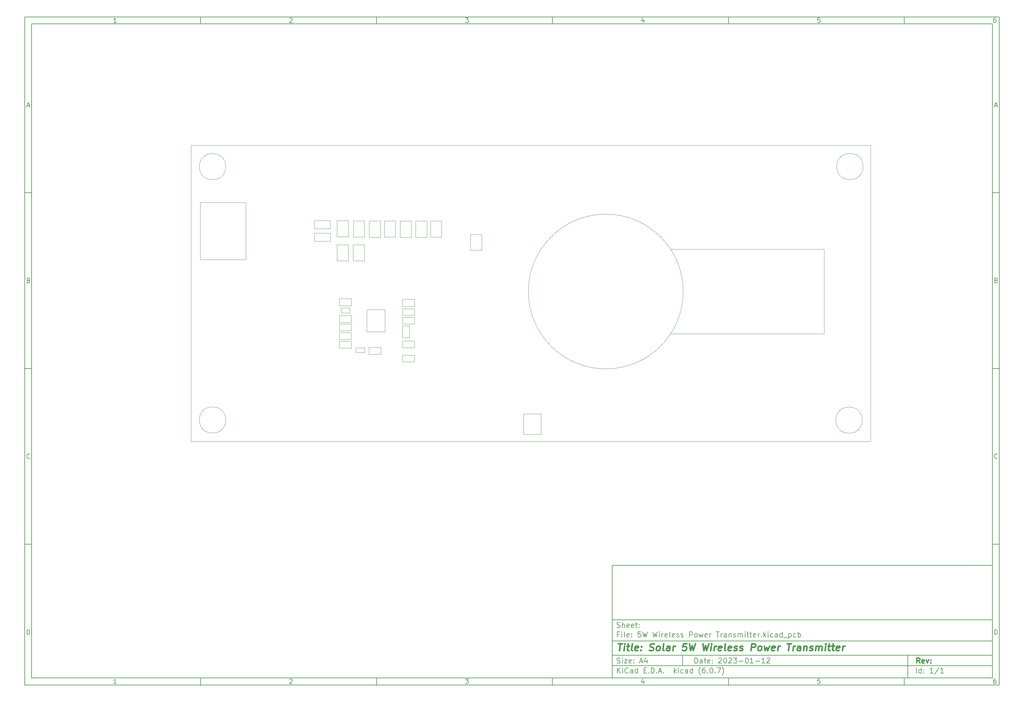
<source format=gbr>
%TF.GenerationSoftware,KiCad,Pcbnew,(6.0.7)*%
%TF.CreationDate,2023-01-12T19:17:08+03:00*%
%TF.ProjectId,5W Wireless Power Transmitter,35572057-6972-4656-9c65-737320506f77,rev?*%
%TF.SameCoordinates,Original*%
%TF.FileFunction,Other,User*%
%FSLAX46Y46*%
G04 Gerber Fmt 4.6, Leading zero omitted, Abs format (unit mm)*
G04 Created by KiCad (PCBNEW (6.0.7)) date 2023-01-12 19:17:08*
%MOMM*%
%LPD*%
G01*
G04 APERTURE LIST*
%ADD10C,0.100000*%
%ADD11C,0.150000*%
%ADD12C,0.300000*%
%ADD13C,0.400000*%
%TA.AperFunction,Profile*%
%ADD14C,0.100000*%
%TD*%
%ADD15C,0.050000*%
%ADD16C,0.120000*%
G04 APERTURE END LIST*
D10*
D11*
X177002200Y-166007200D02*
X177002200Y-198007200D01*
X285002200Y-198007200D01*
X285002200Y-166007200D01*
X177002200Y-166007200D01*
D10*
D11*
X10000000Y-10000000D02*
X10000000Y-200007200D01*
X287002200Y-200007200D01*
X287002200Y-10000000D01*
X10000000Y-10000000D01*
D10*
D11*
X12000000Y-12000000D02*
X12000000Y-198007200D01*
X285002200Y-198007200D01*
X285002200Y-12000000D01*
X12000000Y-12000000D01*
D10*
D11*
X60000000Y-12000000D02*
X60000000Y-10000000D01*
D10*
D11*
X110000000Y-12000000D02*
X110000000Y-10000000D01*
D10*
D11*
X160000000Y-12000000D02*
X160000000Y-10000000D01*
D10*
D11*
X210000000Y-12000000D02*
X210000000Y-10000000D01*
D10*
D11*
X260000000Y-12000000D02*
X260000000Y-10000000D01*
D10*
D11*
X36065476Y-11588095D02*
X35322619Y-11588095D01*
X35694047Y-11588095D02*
X35694047Y-10288095D01*
X35570238Y-10473809D01*
X35446428Y-10597619D01*
X35322619Y-10659523D01*
D10*
D11*
X85322619Y-10411904D02*
X85384523Y-10350000D01*
X85508333Y-10288095D01*
X85817857Y-10288095D01*
X85941666Y-10350000D01*
X86003571Y-10411904D01*
X86065476Y-10535714D01*
X86065476Y-10659523D01*
X86003571Y-10845238D01*
X85260714Y-11588095D01*
X86065476Y-11588095D01*
D10*
D11*
X135260714Y-10288095D02*
X136065476Y-10288095D01*
X135632142Y-10783333D01*
X135817857Y-10783333D01*
X135941666Y-10845238D01*
X136003571Y-10907142D01*
X136065476Y-11030952D01*
X136065476Y-11340476D01*
X136003571Y-11464285D01*
X135941666Y-11526190D01*
X135817857Y-11588095D01*
X135446428Y-11588095D01*
X135322619Y-11526190D01*
X135260714Y-11464285D01*
D10*
D11*
X185941666Y-10721428D02*
X185941666Y-11588095D01*
X185632142Y-10226190D02*
X185322619Y-11154761D01*
X186127380Y-11154761D01*
D10*
D11*
X236003571Y-10288095D02*
X235384523Y-10288095D01*
X235322619Y-10907142D01*
X235384523Y-10845238D01*
X235508333Y-10783333D01*
X235817857Y-10783333D01*
X235941666Y-10845238D01*
X236003571Y-10907142D01*
X236065476Y-11030952D01*
X236065476Y-11340476D01*
X236003571Y-11464285D01*
X235941666Y-11526190D01*
X235817857Y-11588095D01*
X235508333Y-11588095D01*
X235384523Y-11526190D01*
X235322619Y-11464285D01*
D10*
D11*
X285941666Y-10288095D02*
X285694047Y-10288095D01*
X285570238Y-10350000D01*
X285508333Y-10411904D01*
X285384523Y-10597619D01*
X285322619Y-10845238D01*
X285322619Y-11340476D01*
X285384523Y-11464285D01*
X285446428Y-11526190D01*
X285570238Y-11588095D01*
X285817857Y-11588095D01*
X285941666Y-11526190D01*
X286003571Y-11464285D01*
X286065476Y-11340476D01*
X286065476Y-11030952D01*
X286003571Y-10907142D01*
X285941666Y-10845238D01*
X285817857Y-10783333D01*
X285570238Y-10783333D01*
X285446428Y-10845238D01*
X285384523Y-10907142D01*
X285322619Y-11030952D01*
D10*
D11*
X60000000Y-198007200D02*
X60000000Y-200007200D01*
D10*
D11*
X110000000Y-198007200D02*
X110000000Y-200007200D01*
D10*
D11*
X160000000Y-198007200D02*
X160000000Y-200007200D01*
D10*
D11*
X210000000Y-198007200D02*
X210000000Y-200007200D01*
D10*
D11*
X260000000Y-198007200D02*
X260000000Y-200007200D01*
D10*
D11*
X36065476Y-199595295D02*
X35322619Y-199595295D01*
X35694047Y-199595295D02*
X35694047Y-198295295D01*
X35570238Y-198481009D01*
X35446428Y-198604819D01*
X35322619Y-198666723D01*
D10*
D11*
X85322619Y-198419104D02*
X85384523Y-198357200D01*
X85508333Y-198295295D01*
X85817857Y-198295295D01*
X85941666Y-198357200D01*
X86003571Y-198419104D01*
X86065476Y-198542914D01*
X86065476Y-198666723D01*
X86003571Y-198852438D01*
X85260714Y-199595295D01*
X86065476Y-199595295D01*
D10*
D11*
X135260714Y-198295295D02*
X136065476Y-198295295D01*
X135632142Y-198790533D01*
X135817857Y-198790533D01*
X135941666Y-198852438D01*
X136003571Y-198914342D01*
X136065476Y-199038152D01*
X136065476Y-199347676D01*
X136003571Y-199471485D01*
X135941666Y-199533390D01*
X135817857Y-199595295D01*
X135446428Y-199595295D01*
X135322619Y-199533390D01*
X135260714Y-199471485D01*
D10*
D11*
X185941666Y-198728628D02*
X185941666Y-199595295D01*
X185632142Y-198233390D02*
X185322619Y-199161961D01*
X186127380Y-199161961D01*
D10*
D11*
X236003571Y-198295295D02*
X235384523Y-198295295D01*
X235322619Y-198914342D01*
X235384523Y-198852438D01*
X235508333Y-198790533D01*
X235817857Y-198790533D01*
X235941666Y-198852438D01*
X236003571Y-198914342D01*
X236065476Y-199038152D01*
X236065476Y-199347676D01*
X236003571Y-199471485D01*
X235941666Y-199533390D01*
X235817857Y-199595295D01*
X235508333Y-199595295D01*
X235384523Y-199533390D01*
X235322619Y-199471485D01*
D10*
D11*
X285941666Y-198295295D02*
X285694047Y-198295295D01*
X285570238Y-198357200D01*
X285508333Y-198419104D01*
X285384523Y-198604819D01*
X285322619Y-198852438D01*
X285322619Y-199347676D01*
X285384523Y-199471485D01*
X285446428Y-199533390D01*
X285570238Y-199595295D01*
X285817857Y-199595295D01*
X285941666Y-199533390D01*
X286003571Y-199471485D01*
X286065476Y-199347676D01*
X286065476Y-199038152D01*
X286003571Y-198914342D01*
X285941666Y-198852438D01*
X285817857Y-198790533D01*
X285570238Y-198790533D01*
X285446428Y-198852438D01*
X285384523Y-198914342D01*
X285322619Y-199038152D01*
D10*
D11*
X10000000Y-60000000D02*
X12000000Y-60000000D01*
D10*
D11*
X10000000Y-110000000D02*
X12000000Y-110000000D01*
D10*
D11*
X10000000Y-160000000D02*
X12000000Y-160000000D01*
D10*
D11*
X10690476Y-35216666D02*
X11309523Y-35216666D01*
X10566666Y-35588095D02*
X11000000Y-34288095D01*
X11433333Y-35588095D01*
D10*
D11*
X11092857Y-84907142D02*
X11278571Y-84969047D01*
X11340476Y-85030952D01*
X11402380Y-85154761D01*
X11402380Y-85340476D01*
X11340476Y-85464285D01*
X11278571Y-85526190D01*
X11154761Y-85588095D01*
X10659523Y-85588095D01*
X10659523Y-84288095D01*
X11092857Y-84288095D01*
X11216666Y-84350000D01*
X11278571Y-84411904D01*
X11340476Y-84535714D01*
X11340476Y-84659523D01*
X11278571Y-84783333D01*
X11216666Y-84845238D01*
X11092857Y-84907142D01*
X10659523Y-84907142D01*
D10*
D11*
X11402380Y-135464285D02*
X11340476Y-135526190D01*
X11154761Y-135588095D01*
X11030952Y-135588095D01*
X10845238Y-135526190D01*
X10721428Y-135402380D01*
X10659523Y-135278571D01*
X10597619Y-135030952D01*
X10597619Y-134845238D01*
X10659523Y-134597619D01*
X10721428Y-134473809D01*
X10845238Y-134350000D01*
X11030952Y-134288095D01*
X11154761Y-134288095D01*
X11340476Y-134350000D01*
X11402380Y-134411904D01*
D10*
D11*
X10659523Y-185588095D02*
X10659523Y-184288095D01*
X10969047Y-184288095D01*
X11154761Y-184350000D01*
X11278571Y-184473809D01*
X11340476Y-184597619D01*
X11402380Y-184845238D01*
X11402380Y-185030952D01*
X11340476Y-185278571D01*
X11278571Y-185402380D01*
X11154761Y-185526190D01*
X10969047Y-185588095D01*
X10659523Y-185588095D01*
D10*
D11*
X287002200Y-60000000D02*
X285002200Y-60000000D01*
D10*
D11*
X287002200Y-110000000D02*
X285002200Y-110000000D01*
D10*
D11*
X287002200Y-160000000D02*
X285002200Y-160000000D01*
D10*
D11*
X285692676Y-35216666D02*
X286311723Y-35216666D01*
X285568866Y-35588095D02*
X286002200Y-34288095D01*
X286435533Y-35588095D01*
D10*
D11*
X286095057Y-84907142D02*
X286280771Y-84969047D01*
X286342676Y-85030952D01*
X286404580Y-85154761D01*
X286404580Y-85340476D01*
X286342676Y-85464285D01*
X286280771Y-85526190D01*
X286156961Y-85588095D01*
X285661723Y-85588095D01*
X285661723Y-84288095D01*
X286095057Y-84288095D01*
X286218866Y-84350000D01*
X286280771Y-84411904D01*
X286342676Y-84535714D01*
X286342676Y-84659523D01*
X286280771Y-84783333D01*
X286218866Y-84845238D01*
X286095057Y-84907142D01*
X285661723Y-84907142D01*
D10*
D11*
X286404580Y-135464285D02*
X286342676Y-135526190D01*
X286156961Y-135588095D01*
X286033152Y-135588095D01*
X285847438Y-135526190D01*
X285723628Y-135402380D01*
X285661723Y-135278571D01*
X285599819Y-135030952D01*
X285599819Y-134845238D01*
X285661723Y-134597619D01*
X285723628Y-134473809D01*
X285847438Y-134350000D01*
X286033152Y-134288095D01*
X286156961Y-134288095D01*
X286342676Y-134350000D01*
X286404580Y-134411904D01*
D10*
D11*
X285661723Y-185588095D02*
X285661723Y-184288095D01*
X285971247Y-184288095D01*
X286156961Y-184350000D01*
X286280771Y-184473809D01*
X286342676Y-184597619D01*
X286404580Y-184845238D01*
X286404580Y-185030952D01*
X286342676Y-185278571D01*
X286280771Y-185402380D01*
X286156961Y-185526190D01*
X285971247Y-185588095D01*
X285661723Y-185588095D01*
D10*
D11*
X200434342Y-193785771D02*
X200434342Y-192285771D01*
X200791485Y-192285771D01*
X201005771Y-192357200D01*
X201148628Y-192500057D01*
X201220057Y-192642914D01*
X201291485Y-192928628D01*
X201291485Y-193142914D01*
X201220057Y-193428628D01*
X201148628Y-193571485D01*
X201005771Y-193714342D01*
X200791485Y-193785771D01*
X200434342Y-193785771D01*
X202577200Y-193785771D02*
X202577200Y-193000057D01*
X202505771Y-192857200D01*
X202362914Y-192785771D01*
X202077200Y-192785771D01*
X201934342Y-192857200D01*
X202577200Y-193714342D02*
X202434342Y-193785771D01*
X202077200Y-193785771D01*
X201934342Y-193714342D01*
X201862914Y-193571485D01*
X201862914Y-193428628D01*
X201934342Y-193285771D01*
X202077200Y-193214342D01*
X202434342Y-193214342D01*
X202577200Y-193142914D01*
X203077200Y-192785771D02*
X203648628Y-192785771D01*
X203291485Y-192285771D02*
X203291485Y-193571485D01*
X203362914Y-193714342D01*
X203505771Y-193785771D01*
X203648628Y-193785771D01*
X204720057Y-193714342D02*
X204577200Y-193785771D01*
X204291485Y-193785771D01*
X204148628Y-193714342D01*
X204077200Y-193571485D01*
X204077200Y-193000057D01*
X204148628Y-192857200D01*
X204291485Y-192785771D01*
X204577200Y-192785771D01*
X204720057Y-192857200D01*
X204791485Y-193000057D01*
X204791485Y-193142914D01*
X204077200Y-193285771D01*
X205434342Y-193642914D02*
X205505771Y-193714342D01*
X205434342Y-193785771D01*
X205362914Y-193714342D01*
X205434342Y-193642914D01*
X205434342Y-193785771D01*
X205434342Y-192857200D02*
X205505771Y-192928628D01*
X205434342Y-193000057D01*
X205362914Y-192928628D01*
X205434342Y-192857200D01*
X205434342Y-193000057D01*
X207220057Y-192428628D02*
X207291485Y-192357200D01*
X207434342Y-192285771D01*
X207791485Y-192285771D01*
X207934342Y-192357200D01*
X208005771Y-192428628D01*
X208077200Y-192571485D01*
X208077200Y-192714342D01*
X208005771Y-192928628D01*
X207148628Y-193785771D01*
X208077200Y-193785771D01*
X209005771Y-192285771D02*
X209148628Y-192285771D01*
X209291485Y-192357200D01*
X209362914Y-192428628D01*
X209434342Y-192571485D01*
X209505771Y-192857200D01*
X209505771Y-193214342D01*
X209434342Y-193500057D01*
X209362914Y-193642914D01*
X209291485Y-193714342D01*
X209148628Y-193785771D01*
X209005771Y-193785771D01*
X208862914Y-193714342D01*
X208791485Y-193642914D01*
X208720057Y-193500057D01*
X208648628Y-193214342D01*
X208648628Y-192857200D01*
X208720057Y-192571485D01*
X208791485Y-192428628D01*
X208862914Y-192357200D01*
X209005771Y-192285771D01*
X210077200Y-192428628D02*
X210148628Y-192357200D01*
X210291485Y-192285771D01*
X210648628Y-192285771D01*
X210791485Y-192357200D01*
X210862914Y-192428628D01*
X210934342Y-192571485D01*
X210934342Y-192714342D01*
X210862914Y-192928628D01*
X210005771Y-193785771D01*
X210934342Y-193785771D01*
X211434342Y-192285771D02*
X212362914Y-192285771D01*
X211862914Y-192857200D01*
X212077200Y-192857200D01*
X212220057Y-192928628D01*
X212291485Y-193000057D01*
X212362914Y-193142914D01*
X212362914Y-193500057D01*
X212291485Y-193642914D01*
X212220057Y-193714342D01*
X212077200Y-193785771D01*
X211648628Y-193785771D01*
X211505771Y-193714342D01*
X211434342Y-193642914D01*
X213005771Y-193214342D02*
X214148628Y-193214342D01*
X215148628Y-192285771D02*
X215291485Y-192285771D01*
X215434342Y-192357200D01*
X215505771Y-192428628D01*
X215577200Y-192571485D01*
X215648628Y-192857200D01*
X215648628Y-193214342D01*
X215577200Y-193500057D01*
X215505771Y-193642914D01*
X215434342Y-193714342D01*
X215291485Y-193785771D01*
X215148628Y-193785771D01*
X215005771Y-193714342D01*
X214934342Y-193642914D01*
X214862914Y-193500057D01*
X214791485Y-193214342D01*
X214791485Y-192857200D01*
X214862914Y-192571485D01*
X214934342Y-192428628D01*
X215005771Y-192357200D01*
X215148628Y-192285771D01*
X217077200Y-193785771D02*
X216220057Y-193785771D01*
X216648628Y-193785771D02*
X216648628Y-192285771D01*
X216505771Y-192500057D01*
X216362914Y-192642914D01*
X216220057Y-192714342D01*
X217720057Y-193214342D02*
X218862914Y-193214342D01*
X220362914Y-193785771D02*
X219505771Y-193785771D01*
X219934342Y-193785771D02*
X219934342Y-192285771D01*
X219791485Y-192500057D01*
X219648628Y-192642914D01*
X219505771Y-192714342D01*
X220934342Y-192428628D02*
X221005771Y-192357200D01*
X221148628Y-192285771D01*
X221505771Y-192285771D01*
X221648628Y-192357200D01*
X221720057Y-192428628D01*
X221791485Y-192571485D01*
X221791485Y-192714342D01*
X221720057Y-192928628D01*
X220862914Y-193785771D01*
X221791485Y-193785771D01*
D10*
D11*
X177002200Y-194507200D02*
X285002200Y-194507200D01*
D10*
D11*
X178434342Y-196585771D02*
X178434342Y-195085771D01*
X179291485Y-196585771D02*
X178648628Y-195728628D01*
X179291485Y-195085771D02*
X178434342Y-195942914D01*
X179934342Y-196585771D02*
X179934342Y-195585771D01*
X179934342Y-195085771D02*
X179862914Y-195157200D01*
X179934342Y-195228628D01*
X180005771Y-195157200D01*
X179934342Y-195085771D01*
X179934342Y-195228628D01*
X181505771Y-196442914D02*
X181434342Y-196514342D01*
X181220057Y-196585771D01*
X181077200Y-196585771D01*
X180862914Y-196514342D01*
X180720057Y-196371485D01*
X180648628Y-196228628D01*
X180577200Y-195942914D01*
X180577200Y-195728628D01*
X180648628Y-195442914D01*
X180720057Y-195300057D01*
X180862914Y-195157200D01*
X181077200Y-195085771D01*
X181220057Y-195085771D01*
X181434342Y-195157200D01*
X181505771Y-195228628D01*
X182791485Y-196585771D02*
X182791485Y-195800057D01*
X182720057Y-195657200D01*
X182577200Y-195585771D01*
X182291485Y-195585771D01*
X182148628Y-195657200D01*
X182791485Y-196514342D02*
X182648628Y-196585771D01*
X182291485Y-196585771D01*
X182148628Y-196514342D01*
X182077200Y-196371485D01*
X182077200Y-196228628D01*
X182148628Y-196085771D01*
X182291485Y-196014342D01*
X182648628Y-196014342D01*
X182791485Y-195942914D01*
X184148628Y-196585771D02*
X184148628Y-195085771D01*
X184148628Y-196514342D02*
X184005771Y-196585771D01*
X183720057Y-196585771D01*
X183577200Y-196514342D01*
X183505771Y-196442914D01*
X183434342Y-196300057D01*
X183434342Y-195871485D01*
X183505771Y-195728628D01*
X183577200Y-195657200D01*
X183720057Y-195585771D01*
X184005771Y-195585771D01*
X184148628Y-195657200D01*
X186005771Y-195800057D02*
X186505771Y-195800057D01*
X186720057Y-196585771D02*
X186005771Y-196585771D01*
X186005771Y-195085771D01*
X186720057Y-195085771D01*
X187362914Y-196442914D02*
X187434342Y-196514342D01*
X187362914Y-196585771D01*
X187291485Y-196514342D01*
X187362914Y-196442914D01*
X187362914Y-196585771D01*
X188077200Y-196585771D02*
X188077200Y-195085771D01*
X188434342Y-195085771D01*
X188648628Y-195157200D01*
X188791485Y-195300057D01*
X188862914Y-195442914D01*
X188934342Y-195728628D01*
X188934342Y-195942914D01*
X188862914Y-196228628D01*
X188791485Y-196371485D01*
X188648628Y-196514342D01*
X188434342Y-196585771D01*
X188077200Y-196585771D01*
X189577200Y-196442914D02*
X189648628Y-196514342D01*
X189577200Y-196585771D01*
X189505771Y-196514342D01*
X189577200Y-196442914D01*
X189577200Y-196585771D01*
X190220057Y-196157200D02*
X190934342Y-196157200D01*
X190077200Y-196585771D02*
X190577200Y-195085771D01*
X191077200Y-196585771D01*
X191577200Y-196442914D02*
X191648628Y-196514342D01*
X191577200Y-196585771D01*
X191505771Y-196514342D01*
X191577200Y-196442914D01*
X191577200Y-196585771D01*
X194577200Y-196585771D02*
X194577200Y-195085771D01*
X194720057Y-196014342D02*
X195148628Y-196585771D01*
X195148628Y-195585771D02*
X194577200Y-196157200D01*
X195791485Y-196585771D02*
X195791485Y-195585771D01*
X195791485Y-195085771D02*
X195720057Y-195157200D01*
X195791485Y-195228628D01*
X195862914Y-195157200D01*
X195791485Y-195085771D01*
X195791485Y-195228628D01*
X197148628Y-196514342D02*
X197005771Y-196585771D01*
X196720057Y-196585771D01*
X196577200Y-196514342D01*
X196505771Y-196442914D01*
X196434342Y-196300057D01*
X196434342Y-195871485D01*
X196505771Y-195728628D01*
X196577200Y-195657200D01*
X196720057Y-195585771D01*
X197005771Y-195585771D01*
X197148628Y-195657200D01*
X198434342Y-196585771D02*
X198434342Y-195800057D01*
X198362914Y-195657200D01*
X198220057Y-195585771D01*
X197934342Y-195585771D01*
X197791485Y-195657200D01*
X198434342Y-196514342D02*
X198291485Y-196585771D01*
X197934342Y-196585771D01*
X197791485Y-196514342D01*
X197720057Y-196371485D01*
X197720057Y-196228628D01*
X197791485Y-196085771D01*
X197934342Y-196014342D01*
X198291485Y-196014342D01*
X198434342Y-195942914D01*
X199791485Y-196585771D02*
X199791485Y-195085771D01*
X199791485Y-196514342D02*
X199648628Y-196585771D01*
X199362914Y-196585771D01*
X199220057Y-196514342D01*
X199148628Y-196442914D01*
X199077200Y-196300057D01*
X199077200Y-195871485D01*
X199148628Y-195728628D01*
X199220057Y-195657200D01*
X199362914Y-195585771D01*
X199648628Y-195585771D01*
X199791485Y-195657200D01*
X202077200Y-197157200D02*
X202005771Y-197085771D01*
X201862914Y-196871485D01*
X201791485Y-196728628D01*
X201720057Y-196514342D01*
X201648628Y-196157200D01*
X201648628Y-195871485D01*
X201720057Y-195514342D01*
X201791485Y-195300057D01*
X201862914Y-195157200D01*
X202005771Y-194942914D01*
X202077200Y-194871485D01*
X203291485Y-195085771D02*
X203005771Y-195085771D01*
X202862914Y-195157200D01*
X202791485Y-195228628D01*
X202648628Y-195442914D01*
X202577200Y-195728628D01*
X202577200Y-196300057D01*
X202648628Y-196442914D01*
X202720057Y-196514342D01*
X202862914Y-196585771D01*
X203148628Y-196585771D01*
X203291485Y-196514342D01*
X203362914Y-196442914D01*
X203434342Y-196300057D01*
X203434342Y-195942914D01*
X203362914Y-195800057D01*
X203291485Y-195728628D01*
X203148628Y-195657200D01*
X202862914Y-195657200D01*
X202720057Y-195728628D01*
X202648628Y-195800057D01*
X202577200Y-195942914D01*
X204077200Y-196442914D02*
X204148628Y-196514342D01*
X204077200Y-196585771D01*
X204005771Y-196514342D01*
X204077200Y-196442914D01*
X204077200Y-196585771D01*
X205077200Y-195085771D02*
X205220057Y-195085771D01*
X205362914Y-195157200D01*
X205434342Y-195228628D01*
X205505771Y-195371485D01*
X205577200Y-195657200D01*
X205577200Y-196014342D01*
X205505771Y-196300057D01*
X205434342Y-196442914D01*
X205362914Y-196514342D01*
X205220057Y-196585771D01*
X205077200Y-196585771D01*
X204934342Y-196514342D01*
X204862914Y-196442914D01*
X204791485Y-196300057D01*
X204720057Y-196014342D01*
X204720057Y-195657200D01*
X204791485Y-195371485D01*
X204862914Y-195228628D01*
X204934342Y-195157200D01*
X205077200Y-195085771D01*
X206220057Y-196442914D02*
X206291485Y-196514342D01*
X206220057Y-196585771D01*
X206148628Y-196514342D01*
X206220057Y-196442914D01*
X206220057Y-196585771D01*
X206791485Y-195085771D02*
X207791485Y-195085771D01*
X207148628Y-196585771D01*
X208220057Y-197157200D02*
X208291485Y-197085771D01*
X208434342Y-196871485D01*
X208505771Y-196728628D01*
X208577200Y-196514342D01*
X208648628Y-196157200D01*
X208648628Y-195871485D01*
X208577200Y-195514342D01*
X208505771Y-195300057D01*
X208434342Y-195157200D01*
X208291485Y-194942914D01*
X208220057Y-194871485D01*
D10*
D11*
X177002200Y-191507200D02*
X285002200Y-191507200D01*
D10*
D12*
X264411485Y-193785771D02*
X263911485Y-193071485D01*
X263554342Y-193785771D02*
X263554342Y-192285771D01*
X264125771Y-192285771D01*
X264268628Y-192357200D01*
X264340057Y-192428628D01*
X264411485Y-192571485D01*
X264411485Y-192785771D01*
X264340057Y-192928628D01*
X264268628Y-193000057D01*
X264125771Y-193071485D01*
X263554342Y-193071485D01*
X265625771Y-193714342D02*
X265482914Y-193785771D01*
X265197200Y-193785771D01*
X265054342Y-193714342D01*
X264982914Y-193571485D01*
X264982914Y-193000057D01*
X265054342Y-192857200D01*
X265197200Y-192785771D01*
X265482914Y-192785771D01*
X265625771Y-192857200D01*
X265697200Y-193000057D01*
X265697200Y-193142914D01*
X264982914Y-193285771D01*
X266197200Y-192785771D02*
X266554342Y-193785771D01*
X266911485Y-192785771D01*
X267482914Y-193642914D02*
X267554342Y-193714342D01*
X267482914Y-193785771D01*
X267411485Y-193714342D01*
X267482914Y-193642914D01*
X267482914Y-193785771D01*
X267482914Y-192857200D02*
X267554342Y-192928628D01*
X267482914Y-193000057D01*
X267411485Y-192928628D01*
X267482914Y-192857200D01*
X267482914Y-193000057D01*
D10*
D11*
X178362914Y-193714342D02*
X178577200Y-193785771D01*
X178934342Y-193785771D01*
X179077200Y-193714342D01*
X179148628Y-193642914D01*
X179220057Y-193500057D01*
X179220057Y-193357200D01*
X179148628Y-193214342D01*
X179077200Y-193142914D01*
X178934342Y-193071485D01*
X178648628Y-193000057D01*
X178505771Y-192928628D01*
X178434342Y-192857200D01*
X178362914Y-192714342D01*
X178362914Y-192571485D01*
X178434342Y-192428628D01*
X178505771Y-192357200D01*
X178648628Y-192285771D01*
X179005771Y-192285771D01*
X179220057Y-192357200D01*
X179862914Y-193785771D02*
X179862914Y-192785771D01*
X179862914Y-192285771D02*
X179791485Y-192357200D01*
X179862914Y-192428628D01*
X179934342Y-192357200D01*
X179862914Y-192285771D01*
X179862914Y-192428628D01*
X180434342Y-192785771D02*
X181220057Y-192785771D01*
X180434342Y-193785771D01*
X181220057Y-193785771D01*
X182362914Y-193714342D02*
X182220057Y-193785771D01*
X181934342Y-193785771D01*
X181791485Y-193714342D01*
X181720057Y-193571485D01*
X181720057Y-193000057D01*
X181791485Y-192857200D01*
X181934342Y-192785771D01*
X182220057Y-192785771D01*
X182362914Y-192857200D01*
X182434342Y-193000057D01*
X182434342Y-193142914D01*
X181720057Y-193285771D01*
X183077200Y-193642914D02*
X183148628Y-193714342D01*
X183077200Y-193785771D01*
X183005771Y-193714342D01*
X183077200Y-193642914D01*
X183077200Y-193785771D01*
X183077200Y-192857200D02*
X183148628Y-192928628D01*
X183077200Y-193000057D01*
X183005771Y-192928628D01*
X183077200Y-192857200D01*
X183077200Y-193000057D01*
X184862914Y-193357200D02*
X185577200Y-193357200D01*
X184720057Y-193785771D02*
X185220057Y-192285771D01*
X185720057Y-193785771D01*
X186862914Y-192785771D02*
X186862914Y-193785771D01*
X186505771Y-192214342D02*
X186148628Y-193285771D01*
X187077200Y-193285771D01*
D10*
D11*
X263434342Y-196585771D02*
X263434342Y-195085771D01*
X264791485Y-196585771D02*
X264791485Y-195085771D01*
X264791485Y-196514342D02*
X264648628Y-196585771D01*
X264362914Y-196585771D01*
X264220057Y-196514342D01*
X264148628Y-196442914D01*
X264077200Y-196300057D01*
X264077200Y-195871485D01*
X264148628Y-195728628D01*
X264220057Y-195657200D01*
X264362914Y-195585771D01*
X264648628Y-195585771D01*
X264791485Y-195657200D01*
X265505771Y-196442914D02*
X265577200Y-196514342D01*
X265505771Y-196585771D01*
X265434342Y-196514342D01*
X265505771Y-196442914D01*
X265505771Y-196585771D01*
X265505771Y-195657200D02*
X265577200Y-195728628D01*
X265505771Y-195800057D01*
X265434342Y-195728628D01*
X265505771Y-195657200D01*
X265505771Y-195800057D01*
X268148628Y-196585771D02*
X267291485Y-196585771D01*
X267720057Y-196585771D02*
X267720057Y-195085771D01*
X267577200Y-195300057D01*
X267434342Y-195442914D01*
X267291485Y-195514342D01*
X269862914Y-195014342D02*
X268577200Y-196942914D01*
X271148628Y-196585771D02*
X270291485Y-196585771D01*
X270720057Y-196585771D02*
X270720057Y-195085771D01*
X270577200Y-195300057D01*
X270434342Y-195442914D01*
X270291485Y-195514342D01*
D10*
D11*
X177002200Y-187507200D02*
X285002200Y-187507200D01*
D10*
D13*
X178714580Y-188211961D02*
X179857438Y-188211961D01*
X179036009Y-190211961D02*
X179286009Y-188211961D01*
X180274104Y-190211961D02*
X180440771Y-188878628D01*
X180524104Y-188211961D02*
X180416961Y-188307200D01*
X180500295Y-188402438D01*
X180607438Y-188307200D01*
X180524104Y-188211961D01*
X180500295Y-188402438D01*
X181107438Y-188878628D02*
X181869342Y-188878628D01*
X181476485Y-188211961D02*
X181262200Y-189926247D01*
X181333628Y-190116723D01*
X181512200Y-190211961D01*
X181702676Y-190211961D01*
X182655057Y-190211961D02*
X182476485Y-190116723D01*
X182405057Y-189926247D01*
X182619342Y-188211961D01*
X184190771Y-190116723D02*
X183988390Y-190211961D01*
X183607438Y-190211961D01*
X183428866Y-190116723D01*
X183357438Y-189926247D01*
X183452676Y-189164342D01*
X183571723Y-188973866D01*
X183774104Y-188878628D01*
X184155057Y-188878628D01*
X184333628Y-188973866D01*
X184405057Y-189164342D01*
X184381247Y-189354819D01*
X183405057Y-189545295D01*
X185155057Y-190021485D02*
X185238390Y-190116723D01*
X185131247Y-190211961D01*
X185047914Y-190116723D01*
X185155057Y-190021485D01*
X185131247Y-190211961D01*
X185286009Y-188973866D02*
X185369342Y-189069104D01*
X185262200Y-189164342D01*
X185178866Y-189069104D01*
X185286009Y-188973866D01*
X185262200Y-189164342D01*
X187524104Y-190116723D02*
X187797914Y-190211961D01*
X188274104Y-190211961D01*
X188476485Y-190116723D01*
X188583628Y-190021485D01*
X188702676Y-189831009D01*
X188726485Y-189640533D01*
X188655057Y-189450057D01*
X188571723Y-189354819D01*
X188393152Y-189259580D01*
X188024104Y-189164342D01*
X187845533Y-189069104D01*
X187762200Y-188973866D01*
X187690771Y-188783390D01*
X187714580Y-188592914D01*
X187833628Y-188402438D01*
X187940771Y-188307200D01*
X188143152Y-188211961D01*
X188619342Y-188211961D01*
X188893152Y-188307200D01*
X189797914Y-190211961D02*
X189619342Y-190116723D01*
X189536009Y-190021485D01*
X189464580Y-189831009D01*
X189536009Y-189259580D01*
X189655057Y-189069104D01*
X189762200Y-188973866D01*
X189964580Y-188878628D01*
X190250295Y-188878628D01*
X190428866Y-188973866D01*
X190512200Y-189069104D01*
X190583628Y-189259580D01*
X190512200Y-189831009D01*
X190393152Y-190021485D01*
X190286009Y-190116723D01*
X190083628Y-190211961D01*
X189797914Y-190211961D01*
X191607438Y-190211961D02*
X191428866Y-190116723D01*
X191357438Y-189926247D01*
X191571723Y-188211961D01*
X193226485Y-190211961D02*
X193357438Y-189164342D01*
X193286009Y-188973866D01*
X193107438Y-188878628D01*
X192726485Y-188878628D01*
X192524104Y-188973866D01*
X193238390Y-190116723D02*
X193036009Y-190211961D01*
X192559819Y-190211961D01*
X192381247Y-190116723D01*
X192309819Y-189926247D01*
X192333628Y-189735771D01*
X192452676Y-189545295D01*
X192655057Y-189450057D01*
X193131247Y-189450057D01*
X193333628Y-189354819D01*
X194178866Y-190211961D02*
X194345533Y-188878628D01*
X194297914Y-189259580D02*
X194416961Y-189069104D01*
X194524104Y-188973866D01*
X194726485Y-188878628D01*
X194916961Y-188878628D01*
X198143152Y-188211961D02*
X197190771Y-188211961D01*
X196976485Y-189164342D01*
X197083628Y-189069104D01*
X197286009Y-188973866D01*
X197762200Y-188973866D01*
X197940771Y-189069104D01*
X198024104Y-189164342D01*
X198095533Y-189354819D01*
X198036009Y-189831009D01*
X197916961Y-190021485D01*
X197809819Y-190116723D01*
X197607438Y-190211961D01*
X197131247Y-190211961D01*
X196952676Y-190116723D01*
X196869342Y-190021485D01*
X198905057Y-188211961D02*
X199131247Y-190211961D01*
X199690771Y-188783390D01*
X199893152Y-190211961D01*
X200619342Y-188211961D01*
X202714580Y-188211961D02*
X202940771Y-190211961D01*
X203500295Y-188783390D01*
X203702676Y-190211961D01*
X204428866Y-188211961D01*
X204940771Y-190211961D02*
X205107438Y-188878628D01*
X205190771Y-188211961D02*
X205083628Y-188307200D01*
X205166961Y-188402438D01*
X205274104Y-188307200D01*
X205190771Y-188211961D01*
X205166961Y-188402438D01*
X205893152Y-190211961D02*
X206059819Y-188878628D01*
X206012200Y-189259580D02*
X206131247Y-189069104D01*
X206238390Y-188973866D01*
X206440771Y-188878628D01*
X206631247Y-188878628D01*
X207905057Y-190116723D02*
X207702676Y-190211961D01*
X207321723Y-190211961D01*
X207143152Y-190116723D01*
X207071723Y-189926247D01*
X207166961Y-189164342D01*
X207286009Y-188973866D01*
X207488390Y-188878628D01*
X207869342Y-188878628D01*
X208047914Y-188973866D01*
X208119342Y-189164342D01*
X208095533Y-189354819D01*
X207119342Y-189545295D01*
X209131247Y-190211961D02*
X208952676Y-190116723D01*
X208881247Y-189926247D01*
X209095533Y-188211961D01*
X210666961Y-190116723D02*
X210464580Y-190211961D01*
X210083628Y-190211961D01*
X209905057Y-190116723D01*
X209833628Y-189926247D01*
X209928866Y-189164342D01*
X210047914Y-188973866D01*
X210250295Y-188878628D01*
X210631247Y-188878628D01*
X210809819Y-188973866D01*
X210881247Y-189164342D01*
X210857438Y-189354819D01*
X209881247Y-189545295D01*
X211524104Y-190116723D02*
X211702676Y-190211961D01*
X212083628Y-190211961D01*
X212286009Y-190116723D01*
X212405057Y-189926247D01*
X212416961Y-189831009D01*
X212345533Y-189640533D01*
X212166961Y-189545295D01*
X211881247Y-189545295D01*
X211702676Y-189450057D01*
X211631247Y-189259580D01*
X211643152Y-189164342D01*
X211762200Y-188973866D01*
X211964580Y-188878628D01*
X212250295Y-188878628D01*
X212428866Y-188973866D01*
X213143152Y-190116723D02*
X213321723Y-190211961D01*
X213702676Y-190211961D01*
X213905057Y-190116723D01*
X214024104Y-189926247D01*
X214036009Y-189831009D01*
X213964580Y-189640533D01*
X213786009Y-189545295D01*
X213500295Y-189545295D01*
X213321723Y-189450057D01*
X213250295Y-189259580D01*
X213262200Y-189164342D01*
X213381247Y-188973866D01*
X213583628Y-188878628D01*
X213869342Y-188878628D01*
X214047914Y-188973866D01*
X216369342Y-190211961D02*
X216619342Y-188211961D01*
X217381247Y-188211961D01*
X217559819Y-188307200D01*
X217643152Y-188402438D01*
X217714580Y-188592914D01*
X217678866Y-188878628D01*
X217559819Y-189069104D01*
X217452676Y-189164342D01*
X217250295Y-189259580D01*
X216488390Y-189259580D01*
X218655057Y-190211961D02*
X218476485Y-190116723D01*
X218393152Y-190021485D01*
X218321723Y-189831009D01*
X218393152Y-189259580D01*
X218512200Y-189069104D01*
X218619342Y-188973866D01*
X218821723Y-188878628D01*
X219107438Y-188878628D01*
X219286009Y-188973866D01*
X219369342Y-189069104D01*
X219440771Y-189259580D01*
X219369342Y-189831009D01*
X219250295Y-190021485D01*
X219143152Y-190116723D01*
X218940771Y-190211961D01*
X218655057Y-190211961D01*
X220155057Y-188878628D02*
X220369342Y-190211961D01*
X220869342Y-189259580D01*
X221131247Y-190211961D01*
X221678866Y-188878628D01*
X223047914Y-190116723D02*
X222845533Y-190211961D01*
X222464580Y-190211961D01*
X222286009Y-190116723D01*
X222214580Y-189926247D01*
X222309819Y-189164342D01*
X222428866Y-188973866D01*
X222631247Y-188878628D01*
X223012200Y-188878628D01*
X223190771Y-188973866D01*
X223262200Y-189164342D01*
X223238390Y-189354819D01*
X222262200Y-189545295D01*
X223988390Y-190211961D02*
X224155057Y-188878628D01*
X224107438Y-189259580D02*
X224226485Y-189069104D01*
X224333628Y-188973866D01*
X224536009Y-188878628D01*
X224726485Y-188878628D01*
X226714580Y-188211961D02*
X227857438Y-188211961D01*
X227036009Y-190211961D02*
X227286009Y-188211961D01*
X228274104Y-190211961D02*
X228440771Y-188878628D01*
X228393152Y-189259580D02*
X228512200Y-189069104D01*
X228619342Y-188973866D01*
X228821723Y-188878628D01*
X229012200Y-188878628D01*
X230369342Y-190211961D02*
X230500295Y-189164342D01*
X230428866Y-188973866D01*
X230250295Y-188878628D01*
X229869342Y-188878628D01*
X229666961Y-188973866D01*
X230381247Y-190116723D02*
X230178866Y-190211961D01*
X229702676Y-190211961D01*
X229524104Y-190116723D01*
X229452676Y-189926247D01*
X229476485Y-189735771D01*
X229595533Y-189545295D01*
X229797914Y-189450057D01*
X230274104Y-189450057D01*
X230476485Y-189354819D01*
X231488390Y-188878628D02*
X231321723Y-190211961D01*
X231464580Y-189069104D02*
X231571723Y-188973866D01*
X231774104Y-188878628D01*
X232059819Y-188878628D01*
X232238390Y-188973866D01*
X232309819Y-189164342D01*
X232178866Y-190211961D01*
X233047914Y-190116723D02*
X233226485Y-190211961D01*
X233607438Y-190211961D01*
X233809819Y-190116723D01*
X233928866Y-189926247D01*
X233940771Y-189831009D01*
X233869342Y-189640533D01*
X233690771Y-189545295D01*
X233405057Y-189545295D01*
X233226485Y-189450057D01*
X233155057Y-189259580D01*
X233166961Y-189164342D01*
X233286009Y-188973866D01*
X233488390Y-188878628D01*
X233774104Y-188878628D01*
X233952676Y-188973866D01*
X234750295Y-190211961D02*
X234916961Y-188878628D01*
X234893152Y-189069104D02*
X235000295Y-188973866D01*
X235202676Y-188878628D01*
X235488390Y-188878628D01*
X235666961Y-188973866D01*
X235738390Y-189164342D01*
X235607438Y-190211961D01*
X235738390Y-189164342D02*
X235857438Y-188973866D01*
X236059819Y-188878628D01*
X236345533Y-188878628D01*
X236524104Y-188973866D01*
X236595533Y-189164342D01*
X236464580Y-190211961D01*
X237416961Y-190211961D02*
X237583628Y-188878628D01*
X237666961Y-188211961D02*
X237559819Y-188307200D01*
X237643152Y-188402438D01*
X237750295Y-188307200D01*
X237666961Y-188211961D01*
X237643152Y-188402438D01*
X238250295Y-188878628D02*
X239012200Y-188878628D01*
X238619342Y-188211961D02*
X238405057Y-189926247D01*
X238476485Y-190116723D01*
X238655057Y-190211961D01*
X238845533Y-190211961D01*
X239393152Y-188878628D02*
X240155057Y-188878628D01*
X239762200Y-188211961D02*
X239547914Y-189926247D01*
X239619342Y-190116723D01*
X239797914Y-190211961D01*
X239988390Y-190211961D01*
X241428866Y-190116723D02*
X241226485Y-190211961D01*
X240845533Y-190211961D01*
X240666961Y-190116723D01*
X240595533Y-189926247D01*
X240690771Y-189164342D01*
X240809819Y-188973866D01*
X241012199Y-188878628D01*
X241393152Y-188878628D01*
X241571723Y-188973866D01*
X241643152Y-189164342D01*
X241619342Y-189354819D01*
X240643152Y-189545295D01*
X242369342Y-190211961D02*
X242536009Y-188878628D01*
X242488390Y-189259580D02*
X242607438Y-189069104D01*
X242714580Y-188973866D01*
X242916961Y-188878628D01*
X243107438Y-188878628D01*
D10*
D11*
X178934342Y-185600057D02*
X178434342Y-185600057D01*
X178434342Y-186385771D02*
X178434342Y-184885771D01*
X179148628Y-184885771D01*
X179720057Y-186385771D02*
X179720057Y-185385771D01*
X179720057Y-184885771D02*
X179648628Y-184957200D01*
X179720057Y-185028628D01*
X179791485Y-184957200D01*
X179720057Y-184885771D01*
X179720057Y-185028628D01*
X180648628Y-186385771D02*
X180505771Y-186314342D01*
X180434342Y-186171485D01*
X180434342Y-184885771D01*
X181791485Y-186314342D02*
X181648628Y-186385771D01*
X181362914Y-186385771D01*
X181220057Y-186314342D01*
X181148628Y-186171485D01*
X181148628Y-185600057D01*
X181220057Y-185457200D01*
X181362914Y-185385771D01*
X181648628Y-185385771D01*
X181791485Y-185457200D01*
X181862914Y-185600057D01*
X181862914Y-185742914D01*
X181148628Y-185885771D01*
X182505771Y-186242914D02*
X182577200Y-186314342D01*
X182505771Y-186385771D01*
X182434342Y-186314342D01*
X182505771Y-186242914D01*
X182505771Y-186385771D01*
X182505771Y-185457200D02*
X182577200Y-185528628D01*
X182505771Y-185600057D01*
X182434342Y-185528628D01*
X182505771Y-185457200D01*
X182505771Y-185600057D01*
X185077200Y-184885771D02*
X184362914Y-184885771D01*
X184291485Y-185600057D01*
X184362914Y-185528628D01*
X184505771Y-185457200D01*
X184862914Y-185457200D01*
X185005771Y-185528628D01*
X185077200Y-185600057D01*
X185148628Y-185742914D01*
X185148628Y-186100057D01*
X185077200Y-186242914D01*
X185005771Y-186314342D01*
X184862914Y-186385771D01*
X184505771Y-186385771D01*
X184362914Y-186314342D01*
X184291485Y-186242914D01*
X185648628Y-184885771D02*
X186005771Y-186385771D01*
X186291485Y-185314342D01*
X186577200Y-186385771D01*
X186934342Y-184885771D01*
X188505771Y-184885771D02*
X188862914Y-186385771D01*
X189148628Y-185314342D01*
X189434342Y-186385771D01*
X189791485Y-184885771D01*
X190362914Y-186385771D02*
X190362914Y-185385771D01*
X190362914Y-184885771D02*
X190291485Y-184957200D01*
X190362914Y-185028628D01*
X190434342Y-184957200D01*
X190362914Y-184885771D01*
X190362914Y-185028628D01*
X191077200Y-186385771D02*
X191077200Y-185385771D01*
X191077200Y-185671485D02*
X191148628Y-185528628D01*
X191220057Y-185457200D01*
X191362914Y-185385771D01*
X191505771Y-185385771D01*
X192577200Y-186314342D02*
X192434342Y-186385771D01*
X192148628Y-186385771D01*
X192005771Y-186314342D01*
X191934342Y-186171485D01*
X191934342Y-185600057D01*
X192005771Y-185457200D01*
X192148628Y-185385771D01*
X192434342Y-185385771D01*
X192577200Y-185457200D01*
X192648628Y-185600057D01*
X192648628Y-185742914D01*
X191934342Y-185885771D01*
X193505771Y-186385771D02*
X193362914Y-186314342D01*
X193291485Y-186171485D01*
X193291485Y-184885771D01*
X194648628Y-186314342D02*
X194505771Y-186385771D01*
X194220057Y-186385771D01*
X194077200Y-186314342D01*
X194005771Y-186171485D01*
X194005771Y-185600057D01*
X194077200Y-185457200D01*
X194220057Y-185385771D01*
X194505771Y-185385771D01*
X194648628Y-185457200D01*
X194720057Y-185600057D01*
X194720057Y-185742914D01*
X194005771Y-185885771D01*
X195291485Y-186314342D02*
X195434342Y-186385771D01*
X195720057Y-186385771D01*
X195862914Y-186314342D01*
X195934342Y-186171485D01*
X195934342Y-186100057D01*
X195862914Y-185957200D01*
X195720057Y-185885771D01*
X195505771Y-185885771D01*
X195362914Y-185814342D01*
X195291485Y-185671485D01*
X195291485Y-185600057D01*
X195362914Y-185457200D01*
X195505771Y-185385771D01*
X195720057Y-185385771D01*
X195862914Y-185457200D01*
X196505771Y-186314342D02*
X196648628Y-186385771D01*
X196934342Y-186385771D01*
X197077200Y-186314342D01*
X197148628Y-186171485D01*
X197148628Y-186100057D01*
X197077200Y-185957200D01*
X196934342Y-185885771D01*
X196720057Y-185885771D01*
X196577200Y-185814342D01*
X196505771Y-185671485D01*
X196505771Y-185600057D01*
X196577200Y-185457200D01*
X196720057Y-185385771D01*
X196934342Y-185385771D01*
X197077200Y-185457200D01*
X198934342Y-186385771D02*
X198934342Y-184885771D01*
X199505771Y-184885771D01*
X199648628Y-184957200D01*
X199720057Y-185028628D01*
X199791485Y-185171485D01*
X199791485Y-185385771D01*
X199720057Y-185528628D01*
X199648628Y-185600057D01*
X199505771Y-185671485D01*
X198934342Y-185671485D01*
X200648628Y-186385771D02*
X200505771Y-186314342D01*
X200434342Y-186242914D01*
X200362914Y-186100057D01*
X200362914Y-185671485D01*
X200434342Y-185528628D01*
X200505771Y-185457200D01*
X200648628Y-185385771D01*
X200862914Y-185385771D01*
X201005771Y-185457200D01*
X201077200Y-185528628D01*
X201148628Y-185671485D01*
X201148628Y-186100057D01*
X201077200Y-186242914D01*
X201005771Y-186314342D01*
X200862914Y-186385771D01*
X200648628Y-186385771D01*
X201648628Y-185385771D02*
X201934342Y-186385771D01*
X202220057Y-185671485D01*
X202505771Y-186385771D01*
X202791485Y-185385771D01*
X203934342Y-186314342D02*
X203791485Y-186385771D01*
X203505771Y-186385771D01*
X203362914Y-186314342D01*
X203291485Y-186171485D01*
X203291485Y-185600057D01*
X203362914Y-185457200D01*
X203505771Y-185385771D01*
X203791485Y-185385771D01*
X203934342Y-185457200D01*
X204005771Y-185600057D01*
X204005771Y-185742914D01*
X203291485Y-185885771D01*
X204648628Y-186385771D02*
X204648628Y-185385771D01*
X204648628Y-185671485D02*
X204720057Y-185528628D01*
X204791485Y-185457200D01*
X204934342Y-185385771D01*
X205077200Y-185385771D01*
X206505771Y-184885771D02*
X207362914Y-184885771D01*
X206934342Y-186385771D02*
X206934342Y-184885771D01*
X207862914Y-186385771D02*
X207862914Y-185385771D01*
X207862914Y-185671485D02*
X207934342Y-185528628D01*
X208005771Y-185457200D01*
X208148628Y-185385771D01*
X208291485Y-185385771D01*
X209434342Y-186385771D02*
X209434342Y-185600057D01*
X209362914Y-185457200D01*
X209220057Y-185385771D01*
X208934342Y-185385771D01*
X208791485Y-185457200D01*
X209434342Y-186314342D02*
X209291485Y-186385771D01*
X208934342Y-186385771D01*
X208791485Y-186314342D01*
X208720057Y-186171485D01*
X208720057Y-186028628D01*
X208791485Y-185885771D01*
X208934342Y-185814342D01*
X209291485Y-185814342D01*
X209434342Y-185742914D01*
X210148628Y-185385771D02*
X210148628Y-186385771D01*
X210148628Y-185528628D02*
X210220057Y-185457200D01*
X210362914Y-185385771D01*
X210577200Y-185385771D01*
X210720057Y-185457200D01*
X210791485Y-185600057D01*
X210791485Y-186385771D01*
X211434342Y-186314342D02*
X211577200Y-186385771D01*
X211862914Y-186385771D01*
X212005771Y-186314342D01*
X212077200Y-186171485D01*
X212077200Y-186100057D01*
X212005771Y-185957200D01*
X211862914Y-185885771D01*
X211648628Y-185885771D01*
X211505771Y-185814342D01*
X211434342Y-185671485D01*
X211434342Y-185600057D01*
X211505771Y-185457200D01*
X211648628Y-185385771D01*
X211862914Y-185385771D01*
X212005771Y-185457200D01*
X212720057Y-186385771D02*
X212720057Y-185385771D01*
X212720057Y-185528628D02*
X212791485Y-185457200D01*
X212934342Y-185385771D01*
X213148628Y-185385771D01*
X213291485Y-185457200D01*
X213362914Y-185600057D01*
X213362914Y-186385771D01*
X213362914Y-185600057D02*
X213434342Y-185457200D01*
X213577200Y-185385771D01*
X213791485Y-185385771D01*
X213934342Y-185457200D01*
X214005771Y-185600057D01*
X214005771Y-186385771D01*
X214720057Y-186385771D02*
X214720057Y-185385771D01*
X214720057Y-184885771D02*
X214648628Y-184957200D01*
X214720057Y-185028628D01*
X214791485Y-184957200D01*
X214720057Y-184885771D01*
X214720057Y-185028628D01*
X215220057Y-185385771D02*
X215791485Y-185385771D01*
X215434342Y-184885771D02*
X215434342Y-186171485D01*
X215505771Y-186314342D01*
X215648628Y-186385771D01*
X215791485Y-186385771D01*
X216077200Y-185385771D02*
X216648628Y-185385771D01*
X216291485Y-184885771D02*
X216291485Y-186171485D01*
X216362914Y-186314342D01*
X216505771Y-186385771D01*
X216648628Y-186385771D01*
X217720057Y-186314342D02*
X217577200Y-186385771D01*
X217291485Y-186385771D01*
X217148628Y-186314342D01*
X217077200Y-186171485D01*
X217077200Y-185600057D01*
X217148628Y-185457200D01*
X217291485Y-185385771D01*
X217577200Y-185385771D01*
X217720057Y-185457200D01*
X217791485Y-185600057D01*
X217791485Y-185742914D01*
X217077200Y-185885771D01*
X218434342Y-186385771D02*
X218434342Y-185385771D01*
X218434342Y-185671485D02*
X218505771Y-185528628D01*
X218577200Y-185457200D01*
X218720057Y-185385771D01*
X218862914Y-185385771D01*
X219362914Y-186242914D02*
X219434342Y-186314342D01*
X219362914Y-186385771D01*
X219291485Y-186314342D01*
X219362914Y-186242914D01*
X219362914Y-186385771D01*
X220077200Y-186385771D02*
X220077200Y-184885771D01*
X220220057Y-185814342D02*
X220648628Y-186385771D01*
X220648628Y-185385771D02*
X220077200Y-185957200D01*
X221291485Y-186385771D02*
X221291485Y-185385771D01*
X221291485Y-184885771D02*
X221220057Y-184957200D01*
X221291485Y-185028628D01*
X221362914Y-184957200D01*
X221291485Y-184885771D01*
X221291485Y-185028628D01*
X222648628Y-186314342D02*
X222505771Y-186385771D01*
X222220057Y-186385771D01*
X222077200Y-186314342D01*
X222005771Y-186242914D01*
X221934342Y-186100057D01*
X221934342Y-185671485D01*
X222005771Y-185528628D01*
X222077200Y-185457200D01*
X222220057Y-185385771D01*
X222505771Y-185385771D01*
X222648628Y-185457200D01*
X223934342Y-186385771D02*
X223934342Y-185600057D01*
X223862914Y-185457200D01*
X223720057Y-185385771D01*
X223434342Y-185385771D01*
X223291485Y-185457200D01*
X223934342Y-186314342D02*
X223791485Y-186385771D01*
X223434342Y-186385771D01*
X223291485Y-186314342D01*
X223220057Y-186171485D01*
X223220057Y-186028628D01*
X223291485Y-185885771D01*
X223434342Y-185814342D01*
X223791485Y-185814342D01*
X223934342Y-185742914D01*
X225291485Y-186385771D02*
X225291485Y-184885771D01*
X225291485Y-186314342D02*
X225148628Y-186385771D01*
X224862914Y-186385771D01*
X224720057Y-186314342D01*
X224648628Y-186242914D01*
X224577200Y-186100057D01*
X224577200Y-185671485D01*
X224648628Y-185528628D01*
X224720057Y-185457200D01*
X224862914Y-185385771D01*
X225148628Y-185385771D01*
X225291485Y-185457200D01*
X225648628Y-186528628D02*
X226791485Y-186528628D01*
X227148628Y-185385771D02*
X227148628Y-186885771D01*
X227148628Y-185457200D02*
X227291485Y-185385771D01*
X227577200Y-185385771D01*
X227720057Y-185457200D01*
X227791485Y-185528628D01*
X227862914Y-185671485D01*
X227862914Y-186100057D01*
X227791485Y-186242914D01*
X227720057Y-186314342D01*
X227577200Y-186385771D01*
X227291485Y-186385771D01*
X227148628Y-186314342D01*
X229148628Y-186314342D02*
X229005771Y-186385771D01*
X228720057Y-186385771D01*
X228577200Y-186314342D01*
X228505771Y-186242914D01*
X228434342Y-186100057D01*
X228434342Y-185671485D01*
X228505771Y-185528628D01*
X228577200Y-185457200D01*
X228720057Y-185385771D01*
X229005771Y-185385771D01*
X229148628Y-185457200D01*
X229791485Y-186385771D02*
X229791485Y-184885771D01*
X229791485Y-185457200D02*
X229934342Y-185385771D01*
X230220057Y-185385771D01*
X230362914Y-185457200D01*
X230434342Y-185528628D01*
X230505771Y-185671485D01*
X230505771Y-186100057D01*
X230434342Y-186242914D01*
X230362914Y-186314342D01*
X230220057Y-186385771D01*
X229934342Y-186385771D01*
X229791485Y-186314342D01*
D10*
D11*
X177002200Y-181507200D02*
X285002200Y-181507200D01*
D10*
D11*
X178362914Y-183614342D02*
X178577200Y-183685771D01*
X178934342Y-183685771D01*
X179077200Y-183614342D01*
X179148628Y-183542914D01*
X179220057Y-183400057D01*
X179220057Y-183257200D01*
X179148628Y-183114342D01*
X179077200Y-183042914D01*
X178934342Y-182971485D01*
X178648628Y-182900057D01*
X178505771Y-182828628D01*
X178434342Y-182757200D01*
X178362914Y-182614342D01*
X178362914Y-182471485D01*
X178434342Y-182328628D01*
X178505771Y-182257200D01*
X178648628Y-182185771D01*
X179005771Y-182185771D01*
X179220057Y-182257200D01*
X179862914Y-183685771D02*
X179862914Y-182185771D01*
X180505771Y-183685771D02*
X180505771Y-182900057D01*
X180434342Y-182757200D01*
X180291485Y-182685771D01*
X180077200Y-182685771D01*
X179934342Y-182757200D01*
X179862914Y-182828628D01*
X181791485Y-183614342D02*
X181648628Y-183685771D01*
X181362914Y-183685771D01*
X181220057Y-183614342D01*
X181148628Y-183471485D01*
X181148628Y-182900057D01*
X181220057Y-182757200D01*
X181362914Y-182685771D01*
X181648628Y-182685771D01*
X181791485Y-182757200D01*
X181862914Y-182900057D01*
X181862914Y-183042914D01*
X181148628Y-183185771D01*
X183077200Y-183614342D02*
X182934342Y-183685771D01*
X182648628Y-183685771D01*
X182505771Y-183614342D01*
X182434342Y-183471485D01*
X182434342Y-182900057D01*
X182505771Y-182757200D01*
X182648628Y-182685771D01*
X182934342Y-182685771D01*
X183077200Y-182757200D01*
X183148628Y-182900057D01*
X183148628Y-183042914D01*
X182434342Y-183185771D01*
X183577200Y-182685771D02*
X184148628Y-182685771D01*
X183791485Y-182185771D02*
X183791485Y-183471485D01*
X183862914Y-183614342D01*
X184005771Y-183685771D01*
X184148628Y-183685771D01*
X184648628Y-183542914D02*
X184720057Y-183614342D01*
X184648628Y-183685771D01*
X184577200Y-183614342D01*
X184648628Y-183542914D01*
X184648628Y-183685771D01*
X184648628Y-182757200D02*
X184720057Y-182828628D01*
X184648628Y-182900057D01*
X184577200Y-182828628D01*
X184648628Y-182757200D01*
X184648628Y-182900057D01*
D10*
D12*
D10*
D11*
D10*
D11*
D10*
D11*
D10*
D11*
D10*
D11*
X197002200Y-191507200D02*
X197002200Y-194507200D01*
D10*
D11*
X261002200Y-191507200D02*
X261002200Y-198007200D01*
D14*
X57300000Y-46500000D02*
X250350000Y-46500000D01*
X250350000Y-46500000D02*
X250350000Y-130750000D01*
X250350000Y-130750000D02*
X57300000Y-130750000D01*
X57300000Y-130750000D02*
X57300000Y-46500000D01*
D15*
%TO.C,R8*%
X112220000Y-68050000D02*
X115380000Y-68050000D01*
X112220000Y-72610000D02*
X112220000Y-68050000D01*
X115380000Y-72610000D02*
X112220000Y-72610000D01*
X115380000Y-68050000D02*
X115380000Y-72610000D01*
%TO.C,D3*%
X104100000Y-104075000D02*
X106600000Y-104075000D01*
X104100000Y-105475000D02*
X104100000Y-104075000D01*
X106600000Y-104075000D02*
X106600000Y-105475000D01*
X106600000Y-105475000D02*
X104100000Y-105475000D01*
%TO.C,C2*%
X120774999Y-90320000D02*
X120774999Y-92280000D01*
X117374999Y-92280000D02*
X117374999Y-90320000D01*
X120774999Y-92280000D02*
X117374999Y-92280000D01*
X117374999Y-90320000D02*
X120774999Y-90320000D01*
%TO.C,C1*%
X117395000Y-101225000D02*
X117395000Y-97825000D01*
X119355000Y-101225000D02*
X117395000Y-101225000D01*
X117395000Y-97825000D02*
X119355000Y-97825000D01*
X119355000Y-97825000D02*
X119355000Y-101225000D01*
%TO.C,C7*%
X111175000Y-103970000D02*
X111175000Y-105930000D01*
X107775000Y-105930000D02*
X107775000Y-103970000D01*
X111175000Y-105930000D02*
X107775000Y-105930000D01*
X107775000Y-103970000D02*
X111175000Y-103970000D01*
%TO.C,R13*%
X117420000Y-108100000D02*
X117420000Y-106200000D01*
X120780000Y-106200000D02*
X120780000Y-108100000D01*
X120780000Y-108100000D02*
X117420000Y-108100000D01*
X117420000Y-106200000D02*
X120780000Y-106200000D01*
%TO.C,C6*%
X119875000Y-68050000D02*
X119875000Y-72650000D01*
X116675000Y-68050000D02*
X119875000Y-68050000D01*
X119875000Y-72650000D02*
X116675000Y-72650000D01*
X116675000Y-72650000D02*
X116675000Y-68050000D01*
%TO.C,H3*%
X248025000Y-124675000D02*
G75*
G03*
X248025000Y-124675000I-3750000J0D01*
G01*
%TO.C,D1*%
X156775000Y-122900000D02*
X151775000Y-122900000D01*
X151775000Y-128750000D02*
X156775000Y-128750000D01*
X151775000Y-122900000D02*
X151775000Y-128750000D01*
X156775000Y-128750000D02*
X156775000Y-122900000D01*
%TO.C,R12*%
X92345000Y-71505000D02*
X96905000Y-71505000D01*
X96905000Y-71505000D02*
X96905000Y-73745000D01*
X92345000Y-73745000D02*
X92345000Y-71505000D01*
X96905000Y-73745000D02*
X92345000Y-73745000D01*
%TO.C,R1*%
X92345000Y-70195000D02*
X92345000Y-67955000D01*
X96905000Y-67955000D02*
X96905000Y-70195000D01*
X96905000Y-70195000D02*
X92345000Y-70195000D01*
X92345000Y-67955000D02*
X96905000Y-67955000D01*
%TO.C,U1*%
X112420000Y-93242500D02*
X107180000Y-93242500D01*
X107180000Y-99482500D02*
X112420000Y-99482500D01*
X107180000Y-93242500D02*
X107180000Y-99482500D01*
X112420000Y-99482500D02*
X112420000Y-93242500D01*
D16*
%TO.C,L1*%
X193600000Y-76100000D02*
X237150000Y-76100000D01*
X237150000Y-100100000D02*
X193600000Y-100100000D01*
X237150000Y-76100000D02*
X237150000Y-100100000D01*
X197150000Y-88100000D02*
G75*
G03*
X197150000Y-88100000I-22000000J0D01*
G01*
D15*
%TO.C,R2*%
X103370000Y-68000000D02*
X106530000Y-68000000D01*
X106530000Y-68000000D02*
X106530000Y-72560000D01*
X103370000Y-72560000D02*
X103370000Y-68000000D01*
X106530000Y-72560000D02*
X103370000Y-72560000D01*
%TO.C,R6*%
X101955000Y-74770000D02*
X101955000Y-79330000D01*
X101955000Y-79330000D02*
X98795000Y-79330000D01*
X98795000Y-74770000D02*
X101955000Y-74770000D01*
X98795000Y-79330000D02*
X98795000Y-74770000D01*
%TO.C,C8*%
X99430000Y-90145000D02*
X102830000Y-90145000D01*
X102830000Y-92105000D02*
X99430000Y-92105000D01*
X102830000Y-90145000D02*
X102830000Y-92105000D01*
X99430000Y-92105000D02*
X99430000Y-90145000D01*
%TO.C,C5*%
X120775000Y-104055000D02*
X117375000Y-104055000D01*
X117375000Y-104055000D02*
X117375000Y-102095000D01*
X120775000Y-102095000D02*
X120775000Y-104055000D01*
X117375000Y-102095000D02*
X120775000Y-102095000D01*
%TO.C,R4*%
X117374999Y-97350000D02*
X117374999Y-95450000D01*
X117374999Y-95450000D02*
X120734999Y-95450000D01*
X120734999Y-97350000D02*
X117374999Y-97350000D01*
X120734999Y-95450000D02*
X120734999Y-97350000D01*
%TO.C,C10*%
X121100000Y-68050000D02*
X124300000Y-68050000D01*
X121100000Y-72650000D02*
X121100000Y-68050000D01*
X124300000Y-72650000D02*
X121100000Y-72650000D01*
X124300000Y-68050000D02*
X124300000Y-72650000D01*
%TO.C,C4*%
X102830000Y-101705000D02*
X99430000Y-101705000D01*
X99430000Y-101705000D02*
X99430000Y-99745000D01*
X102830000Y-99745000D02*
X102830000Y-101705000D01*
X99430000Y-99745000D02*
X102830000Y-99745000D01*
%TO.C,H1*%
X67150000Y-52600000D02*
G75*
G03*
X67150000Y-52600000I-3750000J0D01*
G01*
%TO.C,C9*%
X102800000Y-104155000D02*
X99400000Y-104155000D01*
X102800000Y-102195000D02*
X102800000Y-104155000D01*
X99400000Y-104155000D02*
X99400000Y-102195000D01*
X99400000Y-102195000D02*
X102800000Y-102195000D01*
%TO.C,TH1*%
X139880000Y-76355000D02*
X136720000Y-76355000D01*
X139880000Y-71795000D02*
X139880000Y-76355000D01*
X136720000Y-76355000D02*
X136720000Y-71795000D01*
X136720000Y-71795000D02*
X139880000Y-71795000D01*
%TO.C,R10*%
X99470000Y-94950000D02*
X102830000Y-94950000D01*
X99470000Y-96850000D02*
X99470000Y-94950000D01*
X102830000Y-96850000D02*
X99470000Y-96850000D01*
X102830000Y-94950000D02*
X102830000Y-96850000D01*
%TO.C,D2*%
X99900000Y-94175000D02*
X99900000Y-92775000D01*
X102400000Y-92775000D02*
X102400000Y-94175000D01*
X102400000Y-94175000D02*
X99900000Y-94175000D01*
X99900000Y-92775000D02*
X102400000Y-92775000D01*
%TO.C,J1*%
X59852500Y-79020000D02*
X72852500Y-79020000D01*
X59852500Y-62780000D02*
X59852500Y-79020000D01*
X72852500Y-62780000D02*
X59852500Y-62780000D01*
X72852500Y-79020000D02*
X72852500Y-62780000D01*
%TO.C,R7*%
X117374999Y-94850000D02*
X117374999Y-92950000D01*
X120734999Y-94850000D02*
X117374999Y-94850000D01*
X117374999Y-92950000D02*
X120734999Y-92950000D01*
X120734999Y-92950000D02*
X120734999Y-94850000D01*
%TO.C,R5*%
X98770000Y-67950000D02*
X101930000Y-67950000D01*
X101930000Y-67950000D02*
X101930000Y-72510000D01*
X98770000Y-72510000D02*
X98770000Y-67950000D01*
X101930000Y-72510000D02*
X98770000Y-72510000D01*
%TO.C,R11*%
X125345000Y-72610000D02*
X125345000Y-68050000D01*
X128505000Y-72610000D02*
X125345000Y-72610000D01*
X128505000Y-68050000D02*
X128505000Y-72610000D01*
X125345000Y-68050000D02*
X128505000Y-68050000D01*
%TO.C,H2*%
X248275000Y-52550000D02*
G75*
G03*
X248275000Y-52550000I-3750000J0D01*
G01*
%TO.C,R9*%
X102830000Y-99250000D02*
X99470000Y-99250000D01*
X102830000Y-97350000D02*
X102830000Y-99250000D01*
X99470000Y-97350000D02*
X102830000Y-97350000D01*
X99470000Y-99250000D02*
X99470000Y-97350000D01*
%TO.C,H4*%
X67150000Y-124625000D02*
G75*
G03*
X67150000Y-124625000I-3750000J0D01*
G01*
%TO.C,R3*%
X103345000Y-79380000D02*
X103345000Y-74820000D01*
X103345000Y-74820000D02*
X106505000Y-74820000D01*
X106505000Y-79380000D02*
X103345000Y-79380000D01*
X106505000Y-74820000D02*
X106505000Y-79380000D01*
%TO.C,C3*%
X111100000Y-72650000D02*
X107900000Y-72650000D01*
X107900000Y-72650000D02*
X107900000Y-68050000D01*
X107900000Y-68050000D02*
X111100000Y-68050000D01*
X111100000Y-68050000D02*
X111100000Y-72650000D01*
%TD*%
M02*

</source>
